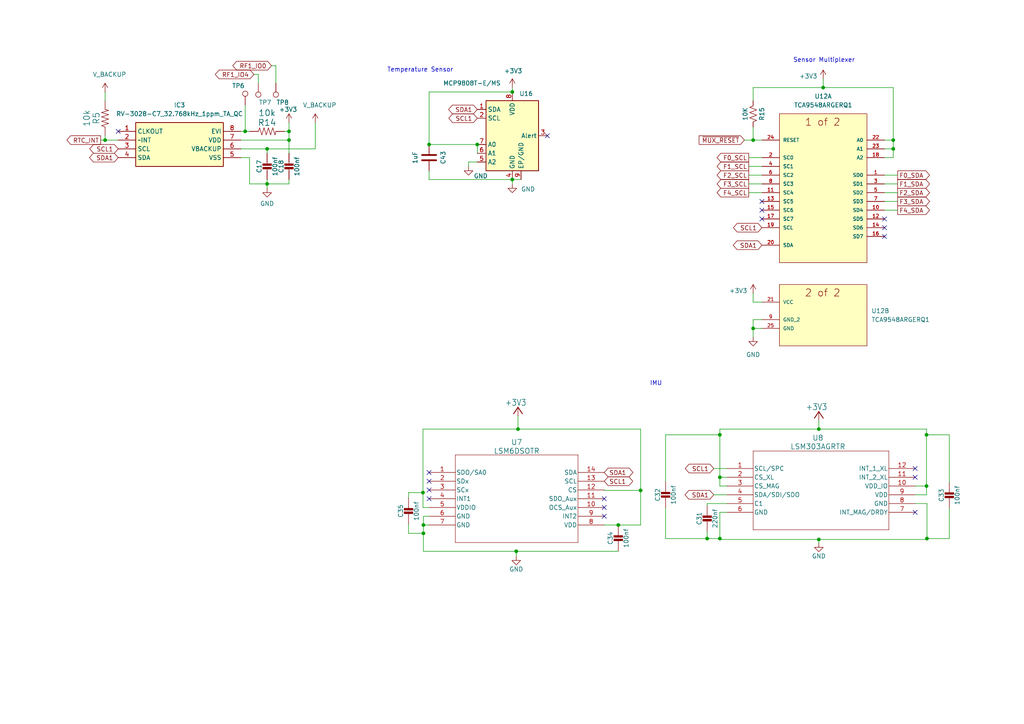
<source format=kicad_sch>
(kicad_sch (version 20250114) (generator "eeschema") (generator_version "9.0")
  (paper "A4")
  (lib_symbols
    (symbol "+3V3_1" (power) (pin_names (offset 0))
      (property "Value" "+3V3_1" (at 0 3.556 0))
      (symbol "+3V3_1_0_1"
        (polyline (pts (xy -0.762 1.27) (xy 0 2.54)))
        (polyline (pts (xy 0 2.54) (xy 0.762 1.27)))
        (polyline (pts (xy 0 0) (xy 0 2.54)))
      )
      (symbol "+3V3_1_1_1"
        (pin power_in line (at 0 0 90) (length 0) (hide yes) (name "+3V3") (number "1"))
      )
    )
    (symbol "Adafruit ItsyBitsy RP2040-eagle-import:+3V3" (power)
      (property "Value" "+3V3" (at -2.54 -5.08 90))
      (symbol "+3V3_1_0"
        (polyline (pts (xy 0 0) (xy -1.27 -1.905)) (stroke (width 0.254)))
        (polyline (pts (xy 1.27 -1.905) (xy 0 0)) (stroke (width 0.254)))
        (pin power_in line (at 0 -2.54 90) (length 2.54) (name "+3V3") (number "1"))
      )
    )
    (symbol "Adafruit ItsyBitsy RP2040-eagle-import:CAP_CERAMIC_0402NO"
      (property "Reference" "C" (at -2.29 1.25 90))
      (property "Value" "CAP_CERAMIC_0402NO" (at 2.3 1.25 90))
      (symbol "CAP_CERAMIC_0402NO_1_0"
        (rectangle (start -1.27 1.524) (end 1.27 2.032) (fill (type outline)))
        (rectangle (start -1.27 0.508) (end 1.27 1.016) (fill (type outline)))
        (polyline (pts (xy 0 2.54) (xy 0 1.778)) (stroke (width 0.1524)))
        (polyline (pts (xy 0 0.762) (xy 0 0)) (stroke (width 0.1524)))
        (pin passive line (at 0 5.08 270) (length 2.54) (name "1") (number "1"))
        (pin passive line (at 0 -2.54 90) (length 2.54) (name "2") (number "2"))
      )
    )
    (symbol "Connector:TestPoint" (pin_numbers (hide yes)) (pin_names (offset 0.762) (hide yes))
      (property "Reference" "TP" (at 0 6.858 0))
      (property "Value" "TestPoint" (at 0 5.08 0))
      (symbol "TestPoint_0_1"
        (circle (center 0 3.302) (radius 0.762))
      )
      (symbol "TestPoint_1_1"
        (pin passive line (at 0 0 90) (length 2.54) (name "1") (number "1"))
      )
    )
    (symbol "Device:C" (pin_numbers (hide yes)) (pin_names (offset 0.254))
      (property "Reference" "C" (at 0.635 2.54 0))
      (property "Value" "C" (at 0.635 -2.54 0))
      (symbol "C_0_1"
        (polyline (pts (xy -2.032 0.762) (xy 2.032 0.762)) (stroke (width 0.508)))
        (polyline (pts (xy -2.032 -0.762) (xy 2.032 -0.762)) (stroke (width 0.508)))
      )
      (symbol "C_1_1"
        (pin passive line (at 0 3.81 270) (length 2.794) (name "~") (number "1"))
        (pin passive line (at 0 -3.81 90) (length 2.794) (name "~") (number "2"))
      )
    )
    (symbol "Device:R_US" (pin_numbers (hide yes)) (pin_names (offset 0))
      (property "Reference" "R" (at 2.54 0 90))
      (property "Value" "R_US" (at -2.54 0 90))
      (symbol "R_US_0_1"
        (polyline (pts (xy 0 2.286) (xy 0 2.54)))
        (polyline (pts (xy 0 2.286) (xy 1.016 1.905) (xy 0 1.524) (xy -1.016 1.143) (xy 0 0.762)))
        (polyline (pts (xy 0 0.762) (xy 1.016 0.381) (xy 0 0) (xy -1.016 -0.381) (xy 0 -0.762)))
        (polyline (pts (xy 0 -0.762) (xy 1.016 -1.143) (xy 0 -1.524) (xy -1.016 -1.905) (xy 0 -2.286)))
        (polyline (pts (xy 0 -2.286) (xy 0 -2.54)))
      )
      (symbol "R_US_1_1"
        (pin passive line (at 0 3.81 270) (length 1.27) (name "~") (number "1"))
        (pin passive line (at 0 -3.81 90) (length 1.27) (name "~") (number "2"))
      )
    )
    (symbol "LSM303AGTR:LSM303AGRTR" (pin_names (offset 0.254))
      (property "Reference" "U8" (at 42.926 8.89 0))
      (property "Value" "LSM303AGRTR" (at 42.926 6.35 0))
      (symbol "LSM303AGRTR_0_1"
        (polyline (pts (xy 24.13 5.08) (xy 24.13 -17.78)) (stroke (width 0.127)))
        (polyline (pts (xy 24.13 -17.78) (xy 63.5 -17.78)) (stroke (width 0.127)))
        (polyline (pts (xy 63.5 5.08) (xy 24.13 5.08)) (stroke (width 0.127)))
        (polyline (pts (xy 63.5 -17.78) (xy 63.5 5.08)) (stroke (width 0.127)))
        (pin unspecified line (at 16.51 0 0) (length 7.62) (name "SCL/SPC") (number "1"))
        (pin unspecified line (at 16.51 -2.54 0) (length 7.62) (name "CS_XL") (number "2"))
        (pin unspecified line (at 16.51 -5.08 0) (length 7.62) (name "CS_MAG") (number "3"))
        (pin unspecified line (at 16.51 -7.62 0) (length 7.62) (name "SDA/SDI/SDO") (number "4"))
        (pin unspecified line (at 16.51 -10.16 0) (length 7.62) (name "C1") (number "5"))
        (pin unspecified line (at 16.51 -12.7 0) (length 7.62) (name "GND") (number "6"))
        (pin unspecified line (at 71.12 0 180) (length 7.62) (name "INT_1_XL") (number "12"))
        (pin unspecified line (at 71.12 -2.54 180) (length 7.62) (name "INT_2_XL") (number "11"))
        (pin power_in line (at 71.12 -5.08 180) (length 7.62) (name "VDD_IO") (number "10"))
        (pin power_in line (at 71.12 -7.62 180) (length 7.62) (name "VDD") (number "9"))
        (pin power_out line (at 71.12 -10.16 180) (length 7.62) (name "GND") (number "8"))
        (pin bidirectional line (at 71.12 -12.7 180) (length 7.62) (name "INT_MAG/DRDY") (number "7"))
      )
    )
    (symbol "LSM6DSOTR:LSM6DSOTR" (pin_names (offset 0.254))
      (property "Reference" "U" (at 25.4 10.16 0))
      (property "Value" "LSM6DSOTR" (at 25.4 7.62 0))
      (symbol "LSM6DSOTR_0_1"
        (polyline (pts (xy 7.62 5.08) (xy 7.62 -20.32)) (stroke (width 0.127)))
        (polyline (pts (xy 7.62 -20.32) (xy 43.18 -20.32)) (stroke (width 0.127)))
        (polyline (pts (xy 43.18 5.08) (xy 7.62 5.08)) (stroke (width 0.127)))
        (polyline (pts (xy 43.18 -20.32) (xy 43.18 5.08)) (stroke (width 0.127)))
        (pin bidirectional line (at 0 0 0) (length 7.62) (name "SDO/SA0") (number "1"))
        (pin bidirectional line (at 0 -2.54 0) (length 7.62) (name "SDx") (number "2"))
        (pin bidirectional line (at 0 -5.08 0) (length 7.62) (name "SCx") (number "3"))
        (pin output line (at 0 -7.62 0) (length 7.62) (name "INT1") (number "4"))
        (pin power_in line (at 0 -10.16 0) (length 7.62) (name "VDDIO") (number "5"))
        (pin power_out line (at 0 -12.7 0) (length 7.62) (name "GND") (number "6"))
        (pin power_out line (at 0 -15.24 0) (length 7.62) (name "GND") (number "7"))
        (pin bidirectional line (at 50.8 0 180) (length 7.62) (name "SDA") (number "14"))
        (pin input line (at 50.8 -2.54 180) (length 7.62) (name "SCL") (number "13"))
        (pin input line (at 50.8 -5.08 180) (length 7.62) (name "CS") (number "12"))
        (pin bidirectional line (at 50.8 -7.62 180) (length 7.62) (name "SDO_Aux") (number "11"))
        (pin bidirectional line (at 50.8 -10.16 180) (length 7.62) (name "OCS_Aux") (number "10"))
        (pin output line (at 50.8 -12.7 180) (length 7.62) (name "INT2") (number "9"))
        (pin power_in line (at 50.8 -15.24 180) (length 7.62) (name "VDD") (number "8"))
      )
    )
    (symbol "RV-3028-C7:RV-3028-C7_32.768kHz_1ppm_TA_QC"
      (property "Reference" "IC" (at 31.75 7.62 0))
      (property "Value" "RV-3028-C7_32.768kHz_1ppm_TA_QC" (at 31.75 5.08 0))
      (symbol "RV-3028-C7_32.768kHz_1ppm_TA_QC_1_1"
        (rectangle (start 5.08 2.54) (end 30.48 -10.16) (stroke (width 0.254)) (fill (type background)))
        (pin passive line (at 0 0 0) (length 5.08) (name "CLKOUT") (number "1"))
        (pin passive line (at 0 -2.54 0) (length 5.08) (name "~INT") (number "2"))
        (pin passive line (at 0 -5.08 0) (length 5.08) (name "SCL") (number "3"))
        (pin passive line (at 0 -7.62 0) (length 5.08) (name "SDA") (number "4"))
        (pin passive line (at 35.56 0 180) (length 5.08) (name "EVI") (number "8"))
        (pin passive line (at 35.56 -2.54 180) (length 5.08) (name "VDD") (number "7"))
        (pin passive line (at 35.56 -5.08 180) (length 5.08) (name "VBACKUP") (number "6"))
        (pin passive line (at 35.56 -7.62 180) (length 5.08) (name "VSS") (number "5"))
      )
    )
    (symbol "Sensor_Temperature:MCP9808_DFN"
      (property "Reference" "U" (at -6.35 11.43 0))
      (property "Value" "MCP9808_DFN" (at 10.16 11.43 0))
      (symbol "MCP9808_DFN_0_1"
        (rectangle (start -7.62 10.16) (end 7.62 -10.16) (stroke (width 0.254)) (fill (type background)))
      )
      (symbol "MCP9808_DFN_1_1"
        (pin bidirectional line (at -10.16 7.62 0) (length 2.54) (name "SDA") (number "1"))
        (pin input line (at -10.16 5.08 0) (length 2.54) (name "SCL") (number "2"))
        (pin input line (at -10.16 -2.54 0) (length 2.54) (name "A0") (number "7"))
        (pin input line (at -10.16 -5.08 0) (length 2.54) (name "A1") (number "6"))
        (pin input line (at -10.16 -7.62 0) (length 2.54) (name "A2") (number "5"))
        (pin power_in line (at 0 12.7 270) (length 2.54) (name "VDD") (number "8"))
        (pin power_in line (at 0 -12.7 90) (length 2.54) (name "GND") (number "4"))
        (pin power_in line (at 2.54 -12.7 90) (length 2.54) (name "EP/GND") (number "9"))
        (pin output line (at 10.16 0 180) (length 2.54) (name "Alert") (number "3"))
      )
    )
    (symbol "TCA9548ARGERQ1:TCA9548ARGERQ1" (pin_names (offset 1.016))
      (property "Reference" "U" (at 15.5956 11.6586 0))
      (property "Value" "TCA9548ARGERQ1" (at 14.9606 9.1186 0))
      (symbol "TCA9548ARGERQ1_1_0"
        (rectangle (start 7.62 -35.56) (end 33.02 7.62) (stroke (width 0.1524)) (fill (type background)))
        (text "1 of 2" (at 14.9606 4.0386 0) (effects (font (size 2.0828 2.0828)) (justify left bottom)))
        (pin passive line (at 2.54 0 0) (length 5.08) (name "RESET") (number "24"))
        (pin bidirectional line (at 2.54 -5.08 0) (length 5.08) (name "SC0") (number "2"))
        (pin bidirectional line (at 2.54 -7.62 0) (length 5.08) (name "SC1") (number "4"))
        (pin bidirectional line (at 2.54 -10.16 0) (length 5.08) (name "SC2") (number "6"))
        (pin bidirectional line (at 2.54 -12.7 0) (length 5.08) (name "SC3") (number "8"))
        (pin bidirectional line (at 2.54 -15.24 0) (length 5.08) (name "SC4") (number "11"))
        (pin bidirectional line (at 2.54 -17.78 0) (length 5.08) (name "SC5") (number "13"))
        (pin bidirectional line (at 2.54 -20.32 0) (length 5.08) (name "SC6") (number "15"))
        (pin bidirectional line (at 2.54 -22.86 0) (length 5.08) (name "SC7") (number "17"))
        (pin passive line (at 2.54 -25.4 0) (length 5.08) (name "SCL") (number "19"))
        (pin passive line (at 2.54 -30.48 0) (length 5.08) (name "SDA") (number "20"))
        (pin bidirectional line (at 38.1 0 180) (length 5.08) (name "A0") (number "22"))
        (pin bidirectional line (at 38.1 -2.54 180) (length 5.08) (name "A1") (number "23"))
        (pin bidirectional line (at 38.1 -5.08 180) (length 5.08) (name "A2") (number "18"))
        (pin bidirectional line (at 38.1 -10.16 180) (length 5.08) (name "SD0") (number "1"))
        (pin bidirectional line (at 38.1 -12.7 180) (length 5.08) (name "SD1") (number "3"))
        (pin bidirectional line (at 38.1 -15.24 180) (length 5.08) (name "SD2") (number "5"))
        (pin bidirectional line (at 38.1 -17.78 180) (length 5.08) (name "SD3") (number "7"))
        (pin bidirectional line (at 38.1 -20.32 180) (length 5.08) (name "SD4") (number "10"))
        (pin bidirectional line (at 38.1 -22.86 180) (length 5.08) (name "SD5") (number "12"))
        (pin bidirectional line (at 38.1 -25.4 180) (length 5.08) (name "SD6") (number "14"))
        (pin bidirectional line (at 38.1 -27.94 180) (length 5.08) (name "SD7") (number "16"))
      )
      (symbol "TCA9548ARGERQ1_2_0"
        (rectangle (start 7.62 -12.7) (end 33.02 5.08) (stroke (width 0.1524)) (fill (type background)))
        (text "2 of 2" (at 14.9606 1.4986 0) (effects (font (size 2.0828 2.0828)) (justify left bottom)))
        (pin power_in line (at 2.54 0 0) (length 5.08) (name "VCC") (number "21"))
        (pin passive line (at 2.54 -5.08 0) (length 5.08) (name "GND_2") (number "9"))
        (pin passive line (at 2.54 -7.62 0) (length 5.08) (name "GND") (number "25"))
      )
    )
    (symbol "mainboard:RESISTOR0603" (pin_names (offset 1.016))
      (property "Reference" "R" (at 0 1.524 0))
      (property "Value" "RESISTOR0603" (at 0 -1.524 0))
      (symbol "RESISTOR0603_1_0"
        (polyline (pts (xy -2.54 0) (xy -2.159 1.016)))
        (polyline (pts (xy -2.159 1.016) (xy -1.524 -1.016)))
        (polyline (pts (xy -1.524 -1.016) (xy -0.889 1.016)))
        (polyline (pts (xy -0.889 1.016) (xy -0.254 -1.016)))
        (polyline (pts (xy -0.254 -1.016) (xy 0.381 1.016)))
        (polyline (pts (xy 0.381 1.016) (xy 1.016 -1.016)))
        (polyline (pts (xy 1.016 -1.016) (xy 1.651 1.016)))
        (polyline (pts (xy 1.651 1.016) (xy 2.286 -1.016)))
        (polyline (pts (xy 2.286 -1.016) (xy 2.54 0)))
        (pin passive line (at -5.08 0 0) (length 2.54) (name "1") (number "1"))
        (pin passive line (at 5.08 0 180) (length 2.54) (name "2") (number "2"))
      )
    )
    (symbol "power:+3V3" (power) (pin_names (offset 0))
      (property "Value" "+3V3" (at 0 3.556 0))
      (symbol "+3V3_0_1"
        (polyline (pts (xy -0.762 1.27) (xy 0 2.54)))
        (polyline (pts (xy 0 2.54) (xy 0.762 1.27)))
        (polyline (pts (xy 0 0) (xy 0 2.54)))
      )
      (symbol "+3V3_1_1"
        (pin power_in line (at 0 0 90) (length 0) (hide yes) (name "+3V3") (number "1"))
      )
    )
    (symbol "power:GND" (power) (pin_names (offset 0))
      (property "Value" "GND" (at 0 -3.81 0))
      (symbol "GND_0_1"
        (polyline (pts (xy 0 0) (xy 0 -1.27) (xy 1.27 -1.27) (xy 0 -2.54) (xy -1.27 -1.27) (xy 0 -1.27)))
      )
      (symbol "GND_1_1"
        (pin power_in line (at 0 0 270) (length 0) (hide yes) (name "GND") (number "1"))
      )
    )
    (symbol "power:VCC" (power) (pin_numbers (hide yes)) (pin_names (offset 0) (hide yes))
      (property "Value" "VCC" (at 0 3.556 0))
      (symbol "VCC_0_1"
        (polyline (pts (xy -0.762 1.27) (xy 0 2.54)))
        (polyline (pts (xy 0 2.54) (xy 0.762 1.27)))
        (polyline (pts (xy 0 0) (xy 0 2.54)))
      )
      (symbol "VCC_1_1"
        (pin power_in line (at 0 0 90) (length 0) (name "~") (number "1"))
      )
    )
    (symbol "solar-panel-side-Z-rescue:+3.3V-power" (power) (pin_names (offset 0))
      (property "Value" "+3.3V-power" (at 0 3.556 0))
      (symbol "+3.3V-power_0_1"
        (polyline (pts (xy -0.762 1.27) (xy 0 2.54)))
        (polyline (pts (xy 0 2.54) (xy 0.762 1.27)))
        (polyline (pts (xy 0 0) (xy 0 2.54)))
      )
      (symbol "+3.3V-power_1_1"
        (pin power_in line (at 0 0 90) (length 0) (hide yes) (name "+3V3") (number "1"))
      )
    )
  )
  (text "Sensor Multiplexer" (at 239.014 17.526 0) (effects (font (size 1.27 1.27))))
  (text "IMU\n" (at 188.468 112.014 0) (effects (font (size 1.27 1.27)) (justify left bottom)))
  (text "Temperature Sensor" (at 112.268 21.082 0) (effects (font (size 1.27 1.27)) (justify left bottom)))
  (junction (at 185.801 142.24))
  (junction (at 268.732 126.111))
  (junction (at 122.682 142.875))
  (junction (at 148.59 26.67))
  (junction (at 208.788 138.43))
  (junction (at 149.733 159.893))
  (junction (at 138.43 41.91))
  (junction (at 208.788 156.21))
  (junction (at 83.82 38.1))
  (junction (at 122.809 154.686))
  (junction (at 148.59 52.07))
  (junction (at 77.47 53.34))
  (junction (at 205.105 156.21))
  (junction (at 71.12 38.1))
  (junction (at 124.46 41.91))
  (junction (at 259.08 40.64))
  (junction (at 77.47 43.18))
  (junction (at 208.788 126.111))
  (junction (at 237.49 156.464))
  (junction (at 122.809 152.273))
  (junction (at 30.48 40.64))
  (junction (at 83.82 40.64))
  (junction (at 218.44 40.64))
  (junction (at 237.49 124.46))
  (junction (at 218.44 95.25))
  (junction (at 259.08 43.18))
  (junction (at 268.859 156.21))
  (junction (at 150.241 124.46))
  (junction (at 238.76 25.4))
  (junction (at 179.324 152.273))
  (junction (at 268.732 140.97))
  (no_connect (at 265.43 138.43))
  (no_connect (at 124.46 142.113))
  (no_connect (at 158.75 39.37))
  (no_connect (at 265.43 135.89))
  (no_connect (at 175.26 149.733))
  (no_connect (at 220.98 58.42))
  (no_connect (at 256.54 68.58))
  (no_connect (at 175.26 147.193))
  (no_connect (at 124.46 144.653))
  (no_connect (at 265.43 148.59))
  (no_connect (at 124.46 137.033))
  (no_connect (at 256.54 63.5))
  (no_connect (at 220.98 60.96))
  (no_connect (at 34.29 38.1))
  (no_connect (at 256.54 66.04))
  (no_connect (at 220.98 63.5))
  (no_connect (at 124.46 139.573))
  (no_connect (at 175.26 144.653))
  (wire (pts (xy 138.43 46.99) (xy 135.89 46.99)))
  (wire (pts (xy 150.241 124.46) (xy 185.801 124.46)))
  (wire (pts (xy 122.809 154.686) (xy 122.809 159.893)))
  (wire (pts (xy 256.54 55.88) (xy 260.35 55.88)))
  (wire (pts (xy 124.46 147.193) (xy 122.682 147.193)))
  (wire (pts (xy 91.44 43.18) (xy 91.44 35.56)))
  (wire (pts (xy 124.46 41.91) (xy 138.43 41.91)))
  (wire (pts (xy 260.35 60.96) (xy 256.54 60.96)))
  (wire (pts (xy 73.66 21.59) (xy 74.93 21.59)))
  (wire (pts (xy 30.48 39.37) (xy 30.48 40.64)))
  (wire (pts (xy 220.98 92.71) (xy 218.44 92.71)))
  (wire (pts (xy 72.39 45.72) (xy 69.85 45.72)))
  (wire (pts (xy 122.809 149.733) (xy 122.809 152.273)))
  (wire (pts (xy 256.54 58.42) (xy 260.35 58.42)))
  (wire (pts (xy 175.26 142.24) (xy 175.26 142.113)))
  (wire (pts (xy 179.324 159.893) (xy 149.733 159.893)))
  (wire (pts (xy 205.105 146.05) (xy 210.82 146.05)))
  (wire (pts (xy 268.732 140.97) (xy 268.732 126.111)))
  (wire (pts (xy 78.74 19.05) (xy 80.01 19.05)))
  (wire (pts (xy 122.809 159.893) (xy 149.733 159.893)))
  (wire (pts (xy 118.491 154.686) (xy 122.809 154.686)))
  (wire (pts (xy 218.44 92.71) (xy 218.44 95.25)))
  (wire (pts (xy 150.241 120.65) (xy 150.241 124.46)))
  (wire (pts (xy 175.26 142.24) (xy 185.801 142.24)))
  (wire (pts (xy 208.788 126.111) (xy 208.788 138.43)))
  (wire (pts (xy 193.04 147.32) (xy 193.04 156.21)))
  (wire (pts (xy 275.336 156.21) (xy 268.859 156.21)))
  (wire (pts (xy 122.682 147.193) (xy 122.682 142.875)))
  (wire (pts (xy 208.788 138.43) (xy 208.788 140.97)))
  (wire (pts (xy 256.54 40.64) (xy 259.08 40.64)))
  (wire (pts (xy 124.46 52.07) (xy 124.46 49.53)))
  (wire (pts (xy 218.44 40.64) (xy 218.44 36.83)))
  (wire (pts (xy 83.82 38.1) (xy 83.82 35.56)))
  (wire (pts (xy 185.801 142.24) (xy 185.801 124.46)))
  (wire (pts (xy 30.48 26.67) (xy 30.48 29.21)))
  (wire (pts (xy 205.105 156.21) (xy 208.788 156.21)))
  (wire (pts (xy 237.49 156.464) (xy 237.49 157.48)))
  (wire (pts (xy 179.324 152.273) (xy 185.801 152.273)))
  (wire (pts (xy 217.17 48.26) (xy 220.98 48.26)))
  (wire (pts (xy 124.46 26.67) (xy 148.59 26.67)))
  (wire (pts (xy 268.859 156.464) (xy 268.859 156.21)))
  (wire (pts (xy 30.48 40.64) (xy 34.29 40.64)))
  (wire (pts (xy 207.01 143.51) (xy 210.82 143.51)))
  (wire (pts (xy 118.491 142.875) (xy 122.682 142.875)))
  (wire (pts (xy 217.17 53.34) (xy 220.98 53.34)))
  (wire (pts (xy 83.82 40.64) (xy 83.82 38.1)))
  (wire (pts (xy 268.732 124.46) (xy 237.49 124.46)))
  (wire (pts (xy 268.859 146.05) (xy 268.859 156.21)))
  (wire (pts (xy 77.47 43.18) (xy 77.47 44.45)))
  (wire (pts (xy 124.46 52.07) (xy 148.59 52.07)))
  (wire (pts (xy 210.82 148.59) (xy 208.788 148.59)))
  (wire (pts (xy 268.732 124.46) (xy 268.732 126.111)))
  (wire (pts (xy 124.46 149.733) (xy 122.809 149.733)))
  (wire (pts (xy 265.43 146.05) (xy 268.859 146.05)))
  (wire (pts (xy 265.43 140.97) (xy 268.732 140.97)))
  (wire (pts (xy 208.788 124.46) (xy 237.49 124.46)))
  (wire (pts (xy 185.801 152.273) (xy 185.801 142.24)))
  (wire (pts (xy 151.13 52.07) (xy 148.59 52.07)))
  (wire (pts (xy 218.44 25.4) (xy 238.76 25.4)))
  (wire (pts (xy 118.491 152.019) (xy 118.491 154.686)))
  (wire (pts (xy 217.17 50.8) (xy 220.98 50.8)))
  (wire (pts (xy 71.12 30.48) (xy 71.12 38.1)))
  (wire (pts (xy 193.04 139.7) (xy 193.04 126.111)))
  (wire (pts (xy 217.17 55.88) (xy 220.98 55.88)))
  (wire (pts (xy 71.12 38.1) (xy 72.39 38.1)))
  (wire (pts (xy 265.43 143.51) (xy 268.732 143.51)))
  (wire (pts (xy 118.491 144.399) (xy 118.491 142.875)))
  (wire (pts (xy 72.39 53.34) (xy 77.47 53.34)))
  (wire (pts (xy 69.85 40.64) (xy 83.82 40.64)))
  (wire (pts (xy 138.43 41.91) (xy 138.43 44.45)))
  (wire (pts (xy 215.9 40.64) (xy 218.44 40.64)))
  (wire (pts (xy 122.809 152.273) (xy 124.46 152.273)))
  (wire (pts (xy 82.55 38.1) (xy 83.82 38.1)))
  (wire (pts (xy 238.76 25.4) (xy 238.76 22.86)))
  (wire (pts (xy 124.46 26.67) (xy 124.46 41.91)))
  (wire (pts (xy 208.788 156.464) (xy 208.788 156.21)))
  (wire (pts (xy 205.105 146.558) (xy 205.105 146.05)))
  (wire (pts (xy 69.85 43.18) (xy 77.47 43.18)))
  (wire (pts (xy 72.39 53.34) (xy 72.39 45.72)))
  (wire (pts (xy 83.82 52.07) (xy 83.82 53.34)))
  (wire (pts (xy 268.732 140.97) (xy 268.732 143.51)))
  (wire (pts (xy 149.733 159.893) (xy 149.733 161.29)))
  (wire (pts (xy 256.54 45.72) (xy 259.08 45.72)))
  (wire (pts (xy 256.54 53.34) (xy 260.35 53.34)))
  (wire (pts (xy 83.82 40.64) (xy 83.82 44.45)))
  (wire (pts (xy 218.44 95.25) (xy 220.98 95.25)))
  (wire (pts (xy 135.89 46.99) (xy 135.89 48.26)))
  (wire (pts (xy 218.44 95.25) (xy 218.44 97.79)))
  (wire (pts (xy 256.54 50.8) (xy 260.35 50.8)))
  (wire (pts (xy 77.47 43.18) (xy 91.44 43.18)))
  (wire (pts (xy 268.859 156.464) (xy 237.49 156.464)))
  (wire (pts (xy 259.08 40.64) (xy 259.08 25.4)))
  (wire (pts (xy 275.336 126.111) (xy 268.732 126.111)))
  (wire (pts (xy 74.93 21.59) (xy 74.93 24.13)))
  (wire (pts (xy 77.47 52.07) (xy 77.47 53.34)))
  (wire (pts (xy 210.82 138.43) (xy 208.788 138.43)))
  (wire (pts (xy 148.59 53.34) (xy 148.59 52.07)))
  (wire (pts (xy 175.26 152.273) (xy 179.324 152.273)))
  (wire (pts (xy 256.54 43.18) (xy 259.08 43.18)))
  (wire (pts (xy 208.788 124.46) (xy 208.788 126.111)))
  (wire (pts (xy 237.49 121.92) (xy 237.49 124.46)))
  (wire (pts (xy 83.82 53.34) (xy 77.47 53.34)))
  (wire (pts (xy 122.682 124.46) (xy 150.241 124.46)))
  (wire (pts (xy 259.08 45.72) (xy 259.08 43.18)))
  (wire (pts (xy 208.788 156.464) (xy 237.49 156.464)))
  (wire (pts (xy 218.44 85.09) (xy 218.44 87.63)))
  (wire (pts (xy 80.01 19.05) (xy 80.01 24.13)))
  (wire (pts (xy 208.788 148.59) (xy 208.788 156.21)))
  (wire (pts (xy 193.04 126.111) (xy 208.788 126.111)))
  (wire (pts (xy 210.82 140.97) (xy 208.788 140.97)))
  (wire (pts (xy 220.98 40.64) (xy 218.44 40.64)))
  (wire (pts (xy 29.21 40.64) (xy 30.48 40.64)))
  (wire (pts (xy 207.01 135.89) (xy 210.82 135.89)))
  (wire (pts (xy 122.809 152.273) (xy 122.809 154.686)))
  (wire (pts (xy 218.44 25.4) (xy 218.44 29.21)))
  (wire (pts (xy 275.336 147.447) (xy 275.336 156.21)))
  (wire (pts (xy 69.85 38.1) (xy 71.12 38.1)))
  (wire (pts (xy 205.105 154.178) (xy 205.105 156.21)))
  (wire (pts (xy 193.04 156.21) (xy 205.105 156.21)))
  (wire (pts (xy 122.682 142.875) (xy 122.682 124.46)))
  (wire (pts (xy 148.59 25.4) (xy 148.59 26.67)))
  (wire (pts (xy 275.336 139.827) (xy 275.336 126.111)))
  (wire (pts (xy 259.08 43.18) (xy 259.08 40.64)))
  (wire (pts (xy 218.44 87.63) (xy 220.98 87.63)))
  (wire (pts (xy 217.17 45.72) (xy 220.98 45.72)))
  (wire (pts (xy 259.08 25.4) (xy 238.76 25.4)))
  (wire (pts (xy 77.47 54.61) (xy 77.47 53.34)))
  (global_label "SDA1" (shape bidirectional) (at 207.01 143.51 180) (property "Intersheetrefs" "${INTERSHEET_REFS}" (effects (hide yes))))
  (global_label "RF1_IO4" (shape bidirectional) (at 73.66 21.59 180) (property "Intersheetrefs" "${INTERSHEET_REFS}" (effects (hide yes))))
  (global_label "SDA1" (shape bidirectional) (at 138.43 31.75 180) (property "Intersheetrefs" "${INTERSHEET_REFS}" (effects (hide yes))))
  (global_label "F2_SCL" (shape output) (at 217.17 50.8 180) (property "Intersheetrefs" "${INTERSHEET_REFS}" (effects (hide yes))))
  (global_label "SDA1" (shape bidirectional) (at 175.26 137.033 0) (property "Intersheetrefs" "${INTERSHEET_REFS}" (effects (hide yes))))
  (global_label "SDA1" (shape bidirectional) (at 220.98 71.12 180) (property "Intersheetrefs" "${INTERSHEET_REFS}" (effects (hide yes))))
  (global_label "F4_SCL" (shape output) (at 217.17 55.88 180) (property "Intersheetrefs" "${INTERSHEET_REFS}" (effects (hide yes))))
  (global_label "F4_SDA" (shape output) (at 260.35 60.96 0) (property "Intersheetrefs" "${INTERSHEET_REFS}" (effects (hide yes))))
  (global_label "SCL1" (shape bidirectional) (at 175.26 139.573 0) (property "Intersheetrefs" "${INTERSHEET_REFS}" (effects (hide yes))))
  (global_label "F0_SDA" (shape output) (at 260.35 50.8 0) (property "Intersheetrefs" "${INTERSHEET_REFS}" (effects (hide yes))))
  (global_label "SCL1" (shape bidirectional) (at 138.43 34.29 180) (property "Intersheetrefs" "${INTERSHEET_REFS}" (effects (hide yes))))
  (global_label "RF1_IO0" (shape bidirectional) (at 78.74 19.05 180) (property "Intersheetrefs" "${INTERSHEET_REFS}" (effects (hide yes))))
  (global_label "F3_SCL" (shape output) (at 217.17 53.34 180) (property "Intersheetrefs" "${INTERSHEET_REFS}" (effects (hide yes))))
  (global_label "F0_SCL" (shape output) (at 217.17 45.72 180) (property "Intersheetrefs" "${INTERSHEET_REFS}" (effects (hide yes))))
  (global_label "RTC_INT" (shape output) (at 29.21 40.64 180) (property "Intersheetrefs" "${INTERSHEET_REFS}" (effects (hide yes))))
  (global_label "F1_SDA" (shape output) (at 260.35 53.34 0) (property "Intersheetrefs" "${INTERSHEET_REFS}" (effects (hide yes))))
  (global_label "F1_SCL" (shape output) (at 217.17 48.26 180) (property "Intersheetrefs" "${INTERSHEET_REFS}" (effects (hide yes))))
  (global_label "~{MUX_RESET}" (shape input) (at 215.9 40.64 180) (property "Intersheetrefs" "${INTERSHEET_REFS}" (effects (hide yes))))
  (global_label "F3_SDA" (shape output) (at 260.35 58.42 0) (property "Intersheetrefs" "${INTERSHEET_REFS}" (effects (hide yes))))
  (global_label "SCL1" (shape bidirectional) (at 220.98 66.04 180) (property "Intersheetrefs" "${INTERSHEET_REFS}" (effects (hide yes))))
  (global_label "SCL1" (shape bidirectional) (at 207.01 135.89 180) (property "Intersheetrefs" "${INTERSHEET_REFS}" (effects (hide yes))))
  (global_label "F2_SDA" (shape output) (at 260.35 55.88 0) (property "Intersheetrefs" "${INTERSHEET_REFS}" (effects (hide yes))))
  (global_label "SCL1" (shape bidirectional) (at 34.29 43.18 180) (property "Intersheetrefs" "${INTERSHEET_REFS}" (effects (hide yes))))
  (global_label "SDA1" (shape bidirectional) (at 34.29 45.72 180) (property "Intersheetrefs" "${INTERSHEET_REFS}" (effects (hide yes))))
  (symbol (lib_id "LSM6DSOTR:LSM6DSOTR") (at 124.46 137.033 0) (unit 1)
    (property "Reference" "U7" (at 149.86 128.27 0) (effects (font (size 1.524 1.524))))
    (property "Value" "LSM6DSOTR" (at 149.86 130.81 0) (effects (font (size 1.524 1.524))))
    (property "Footprint" "Package_LGA:LGA-14_3x2.5mm_P0.5mm_LayoutBorder3x4y" (effects (hide yes)))
    (property "Datasheet" "LSM6DSOTR" (effects (hide yes)))
  )
  (symbol (lib_id "TCA9548ARGERQ1:TCA9548ARGERQ1") (at 218.44 40.64 0) (unit 1)
    (property "Reference" "U12" (at 238.76 27.94 0))
    (property "Value" "TCA9548ARGERQ1" (at 238.76 30.48 0))
    (property "Footprint" "TCAQ1:QFN_GERQ1_TEX" (effects (hide yes)))
    (property "MF" "Texas Instruments" (effects (hide yes)))
    (property "Description_1" "\n                        \n                            Automotive 8-channel 1.65- to 5.25v I2C/SMBus switch with reset & voltage translation\n                        \n" (effects (hide yes)))
    (property "COPYRIGHT" "Copyright (C) 2024 Ultra Librarian. All rights reserved." (effects (hide yes)))
    (property "Package" "VQFN-24 Texas Instruments" (effects (hide yes)))
    (property "Price" "None" (effects (hide yes)))
    (property "Check_prices" "https://www.snapeda.com/parts/TCA9548ARGERQ1/Texas+Instruments/view-part/?ref=eda" (effects (hide yes)))
    (property "Availability" "In Stock" (effects (hide yes)))
    (property "SnapEDA_Link" "https://www.snapeda.com/parts/TCA9548ARGERQ1/Texas+Instruments/view-part/?ref=snap" (effects (hide yes)))
    (property "MP" "TCA9548ARGERQ1" (effects (hide yes)))
    (property "MFR_NAME" "Texas Instruments" (effects (hide yes)))
    (property "MANUFACTURER_PART_NUMBER" "TCA9548ARGERQ1" (effects (hide yes)))
  )
  (symbol (lib_id "Adafruit ItsyBitsy RP2040-eagle-import:CAP_CERAMIC_0402NO") (at 77.47 49.53 0) (unit 1)
    (property "Reference" "C17" (at 75.18 48.28 90))
    (property "Value" "100nf" (at 79.77 48.28 90))
    (property "Footprint" "Capacitor_SMD:C_0402_1005Metric" (effects (hide yes)))
  )
  (symbol (lib_id "power:+3V3") (at 218.44 85.09 0) (unit 1)
    (property "Reference" "#PWR077" (effects (hide yes)))
    (property "Value" "+3V3" (at 214.122 84.328 0))
  )
  (symbol (lib_id "Adafruit ItsyBitsy RP2040-eagle-import:CAP_CERAMIC_0402NO") (at 205.105 151.638 0) (unit 1)
    (property "Reference" "C31" (at 202.815 150.388 90))
    (property "Value" "220nf" (at 207.405 150.388 90))
    (property "Footprint" "Capacitor_SMD:C_0402_1005Metric" (effects (hide yes)))
  )
  (symbol (lib_id "LSM303AGTR:LSM303AGRTR") (at 194.31 135.89 0) (unit 1)
    (property "Reference" "U8" (at 237.236 127 0) (effects (font (size 1.524 1.524))))
    (property "Value" "LSM303AGRTR" (at 237.236 129.54 0) (effects (font (size 1.524 1.524))))
    (property "Footprint" "Package_LGA:LGA-12_2x2mm_P0.5mm" (effects (hide yes)))
    (property "Datasheet" "LSM303AGRTR" (effects (hide yes)))
  )
  (symbol (lib_id "power:VCC") (at 30.48 26.67 0) (unit 1)
    (property "Reference" "#PWR080" (effects (hide yes)))
    (property "Value" "V_BACKUP" (at 31.75 21.59 0))
    (property "Description" "Power symbol creates a global label with name \"VCC\"" (effects (hide yes)))
  )
  (symbol (lib_id "Adafruit ItsyBitsy RP2040-eagle-import:CAP_CERAMIC_0402NO") (at 179.324 157.353 0) (unit 1)
    (property "Reference" "C34" (at 177.034 156.103 90))
    (property "Value" "100nf" (at 181.624 156.103 90))
    (property "Footprint" "Capacitor_SMD:C_0402_1005Metric" (effects (hide yes)))
  )
  (symbol (lib_id "Adafruit ItsyBitsy RP2040-eagle-import:CAP_CERAMIC_0402NO") (at 118.491 149.479 0) (unit 1)
    (property "Reference" "C35" (at 116.201 148.229 90))
    (property "Value" "100nf" (at 120.791 148.229 90))
    (property "Footprint" "Capacitor_SMD:C_0402_1005Metric" (effects (hide yes)))
  )
  (symbol (lib_id "power:GND") (at 149.733 161.29 0) (unit 1)
    (property "Reference" "#PWR052" (effects (hide yes)))
    (property "Value" "GND" (at 149.733 165.1 0))
  )
  (symbol (lib_id "Connector:TestPoint") (at 74.93 24.13 180) (unit 1)
    (property "Reference" "TP7" (at 78.74 29.718 0) (effects (justify left)))
    (property "Value" "RESET" (effects (hide yes)))
    (property "Footprint" "TestPoint:TestPoint_Loop_D1.80mm_Drill1.0mm_Beaded" (effects (hide yes)))
  )
  (symbol (lib_id "Adafruit ItsyBitsy RP2040-eagle-import:CAP_CERAMIC_0402NO") (at 275.336 144.907 0) (unit 1)
    (property "Reference" "C33" (at 273.046 143.657 90))
    (property "Value" "100nf" (at 277.636 143.657 90))
    (property "Footprint" "Capacitor_SMD:C_0402_1005Metric" (effects (hide yes)))
  )
  (symbol (lib_id "power:GND") (at 148.59 53.34 0) (unit 1)
    (property "Reference" "#PWR0110" (effects (hide yes)))
    (property "Value" "GND" (at 153.162 54.864 0))
  )
  (symbol (lib_id "Adafruit ItsyBitsy RP2040-eagle-import:CAP_CERAMIC_0402NO") (at 193.04 144.78 0) (unit 1)
    (property "Reference" "C32" (at 190.75 143.53 90))
    (property "Value" "100nf" (at 195.34 143.53 90))
    (property "Footprint" "Capacitor_SMD:C_0402_1005Metric" (effects (hide yes)))
  )
  (symbol (lib_id "Device:R_US") (at 218.44 33.02 0) (mirror y) (unit 1)
    (property "Reference" "R15" (at 220.98 31.115 90) (effects (justify right)))
    (property "Value" "10K" (at 216.154 31.115 90) (effects (justify right)))
    (property "Footprint" "Resistor_SMD:R_0603_1608Metric" (effects (hide yes)))
    (property "Description" "100K 0603" (effects (hide yes)))
  )
  (symbol (lib_id "power:GND") (at 218.44 97.79 0) (unit 1)
    (property "Reference" "#PWR088" (effects (hide yes)))
    (property "Value" "GND" (at 218.44 102.87 0))
  )
  (symbol (lib_id "mainboard:RESISTOR0603") (at 30.48 34.29 90) (unit 1)
    (property "Reference" "R5" (at 28.956 34.29 0) (effects (font (size 1.778 1.778)) (justify bottom)))
    (property "Value" "10k" (at 24.13 34.29 0) (effects (font (size 1.778 1.778)) (justify top)))
    (property "Footprint" "Resistor_SMD:R_0603_1608Metric" (effects (hide yes)))
    (property "Description" "100K 0603" (effects (hide yes)))
  )
  (symbol (lib_id "Adafruit ItsyBitsy RP2040-eagle-import:+3V3") (at 237.49 119.38 0) (unit 1)
    (property "Reference" "#+3V021" (effects (hide yes)))
    (property "Value" "+3V3" (at 233.68 118.999 0) (effects (font (size 1.778 1.5113)) (justify left bottom)))
    (property "Footprint" "Adafruit ItsyBitsy RP2040:" (effects (hide yes)))
  )
  (symbol (lib_id "RV-3028-C7:RV-3028-C7_32.768kHz_1ppm_TA_QC") (at 34.29 38.1 0) (unit 1)
    (property "Reference" "IC3" (at 52.07 30.48 0))
    (property "Value" "RV-3028-C7_32.768kHz_1ppm_TA_QC" (at 52.07 33.02 0))
    (property "Footprint" "RTC:RV3028C7" (effects (hide yes)))
    (property "Datasheet" "https://www.mouser.de/datasheet/2/530/RV_3028_C7-1524919.pdf" (effects (hide yes)))
    (property "Description" "Real Time Clock 32.768kHz I2C Time Acc. 1ppm" (effects (hide yes)))
    (property "Height" "0.8" (effects (hide yes)))
    (property "Mouser Part Number" "428-203591-MG01" (effects (hide yes)))
    (property "Mouser Price/Stock" "https://www.mouser.co.uk/ProductDetail/Micro-Crystal/RV-3028-C7-32.768kHz-1ppm-TA-QC?qs=u16ybLDytRaU7ZFJl2AxfQ%3D%3D" (effects (hide yes)))
    (property "Manufacturer_Name" "Micro Crystal AG" (effects (hide yes)))
    (property "Manufacturer_Part_Number" "RV-3028-C7 32.768kHz 1ppm TA QC" (effects (hide yes)))
  )
  (symbol (lib_id "power:+3V3") (at 238.76 22.86 0) (unit 1)
    (property "Reference" "#PWR093" (effects (hide yes)))
    (property "Value" "+3V3" (at 234.442 22.098 0))
  )
  (symbol (lib_id "power:GND") (at 237.49 157.48 0) (unit 1)
    (property "Reference" "#PWR051" (effects (hide yes)))
    (property "Value" "GND" (at 237.49 161.29 0))
  )
  (symbol (lib_id "power:GND") (at 77.47 54.61 0) (unit 1)
    (property "Reference" "#PWR042" (effects (hide yes)))
    (property "Value" "GND" (at 77.47 59.0534 0))
  )
  (symbol (lib_id "Device:C") (at 124.46 45.72 0) (unit 1)
    (property "Reference" "C43" (at 128.524 45.72 90))
    (property "Value" "1uF" (at 120.396 45.72 90))
    (property "Footprint" "Capacitor_SMD:C_0805_2012Metric" (effects (hide yes)))
  )
  (symbol (lib_id "TCA9548ARGERQ1:TCA9548ARGERQ1") (at 218.44 87.63 0) (unit 2)
    (property "Reference" "U12" (at 252.73 90.1699 0) (effects (justify left)))
    (property "Value" "TCA9548ARGERQ1" (at 252.73 92.7099 0) (effects (justify left)))
    (property "Footprint" "TCAQ1:QFN_GERQ1_TEX" (effects (hide yes)))
    (property "MF" "Texas Instruments" (effects (hide yes)))
    (property "Description_1" "\n                        \n                            Automotive 8-channel 1.65- to 5.25v I2C/SMBus switch with reset & voltage translation\n                        \n" (effects (hide yes)))
    (property "COPYRIGHT" "Copyright (C) 2024 Ultra Librarian. All rights reserved." (effects (hide yes)))
    (property "Package" "VQFN-24 Texas Instruments" (effects (hide yes)))
    (property "Price" "None" (effects (hide yes)))
    (property "Check_prices" "https://www.snapeda.com/parts/TCA9548ARGERQ1/Texas+Instruments/view-part/?ref=eda" (effects (hide yes)))
    (property "Availability" "In Stock" (effects (hide yes)))
    (property "SnapEDA_Link" "https://www.snapeda.com/parts/TCA9548ARGERQ1/Texas+Instruments/view-part/?ref=snap" (effects (hide yes)))
    (property "MP" "TCA9548ARGERQ1" (effects (hide yes)))
    (property "MFR_NAME" "Texas Instruments" (effects (hide yes)))
    (property "MANUFACTURER_PART_NUMBER" "TCA9548ARGERQ1" (effects (hide yes)))
  )
  (symbol (lib_id "power:VCC") (at 91.44 35.56 0) (unit 1)
    (property "Reference" "#PWR061" (effects (hide yes)))
    (property "Value" "V_BACKUP" (at 92.71 30.48 0))
    (property "Description" "Power symbol creates a global label with name \"VCC\"" (effects (hide yes)))
  )
  (symbol (lib_id "Connector:TestPoint") (at 80.01 24.13 180) (unit 1)
    (property "Reference" "TP8" (at 83.82 29.718 0) (effects (justify left)))
    (property "Value" "RESET" (effects (hide yes)))
    (property "Footprint" "TestPoint:TestPoint_Loop_D1.80mm_Drill1.0mm_Beaded" (effects (hide yes)))
  )
  (symbol (lib_name "+3V3_1") (lib_id "power:+3V3") (at 83.82 35.56 0) (mirror y) (unit 1)
    (property "Reference" "#PWR062" (effects (hide yes)))
    (property "Value" "+3V3" (at 83.566 31.75 0))
  )
  (symbol (lib_id "power:GND") (at 135.89 48.26 0) (unit 1)
    (property "Reference" "#PWR035" (effects (hide yes)))
    (property "Value" "GND" (at 139.446 51.054 0))
  )
  (symbol (lib_id "Adafruit ItsyBitsy RP2040-eagle-import:+3V3") (at 150.241 118.11 0) (unit 1)
    (property "Reference" "#+3V022" (effects (hide yes)))
    (property "Value" "+3V3" (at 146.431 117.729 0) (effects (font (size 1.778 1.5113)) (justify left bottom)))
    (property "Footprint" "Adafruit ItsyBitsy RP2040:" (effects (hide yes)))
  )
  (symbol (lib_id "Connector:TestPoint") (at 71.12 30.48 0) (unit 1)
    (property "Reference" "TP6" (at 67.31 24.892 0) (effects (justify left)))
    (property "Value" "RESET" (effects (hide yes)))
    (property "Footprint" "TestPoint:TestPoint_Loop_D1.80mm_Drill1.0mm_Beaded" (effects (hide yes)))
  )
  (symbol (lib_id "solar-panel-side-Z-rescue:+3.3V-power") (at 148.59 25.4 0) (unit 1)
    (property "Reference" "#PWR065" (effects (hide yes)))
    (property "Value" "+3V3" (at 148.844 20.574 0))
  )
  (symbol (lib_id "Sensor_Temperature:MCP9808_DFN") (at 148.59 39.37 0) (unit 1)
    (property "Reference" "U16" (at 150.622 27.178 0) (effects (justify left)))
    (property "Value" "MCP9808T-E/MS" (at 128.524 24.13 0) (effects (justify left)))
    (property "Footprint" "Package_SO:MSOP-8-1EP_3x3mm_P0.65mm_EP1.5x1.8mm_ThermalVias" (effects (hide yes)))
    (property "Datasheet" "http://ww1.microchip.com/downloads/en/DeviceDoc/MCP9808-0.5C-Maximum-Accuracy-Digital-Temperature-Sensor-Data-Sheet-DS20005095B.pdf" (effects (hide yes)))
  )
  (symbol (lib_id "mainboard:RESISTOR0603") (at 77.47 38.1 0) (unit 1)
    (property "Reference" "R14" (at 77.47 36.576 0) (effects (font (size 1.778 1.778)) (justify bottom)))
    (property "Value" "10k" (at 77.47 31.75 0) (effects (font (size 1.778 1.778)) (justify top)))
    (property "Footprint" "Resistor_SMD:R_0603_1608Metric" (effects (hide yes)))
    (property "Description" "100K 0603" (effects (hide yes)))
  )
  (symbol (lib_id "Adafruit ItsyBitsy RP2040-eagle-import:CAP_CERAMIC_0402NO") (at 83.82 49.53 0) (unit 1)
    (property "Reference" "C18" (at 81.53 48.28 90))
    (property "Value" "100nf" (at 86.12 48.28 90))
    (property "Footprint" "Capacitor_SMD:C_0402_1005Metric" (effects (hide yes)))
  )
)
</source>
